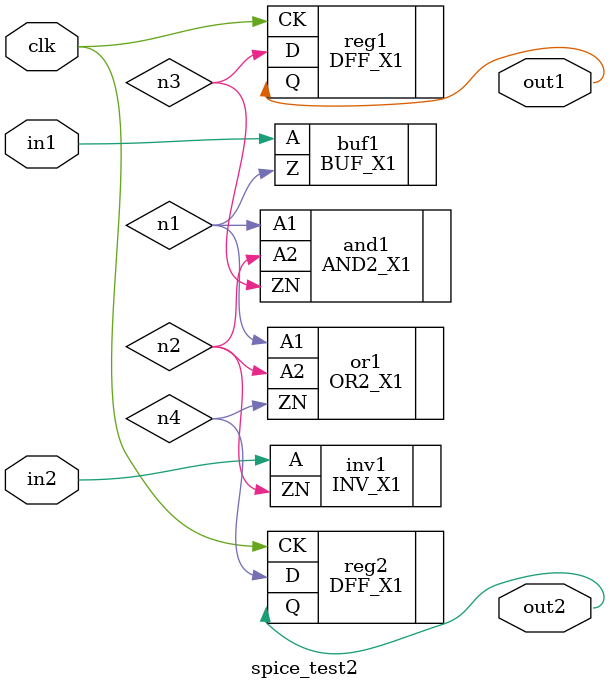
<source format=v>
module spice_test2 (clk, in1, in2, out1, out2);
  input clk, in1, in2;
  output out1, out2;
  wire n1, n2, n3, n4;

  BUF_X1 buf1 (.A(in1), .Z(n1));
  INV_X1 inv1 (.A(in2), .ZN(n2));
  AND2_X1 and1 (.A1(n1), .A2(n2), .ZN(n3));
  OR2_X1 or1 (.A1(n1), .A2(n2), .ZN(n4));
  DFF_X1 reg1 (.D(n3), .CK(clk), .Q(out1));
  DFF_X1 reg2 (.D(n4), .CK(clk), .Q(out2));
endmodule

</source>
